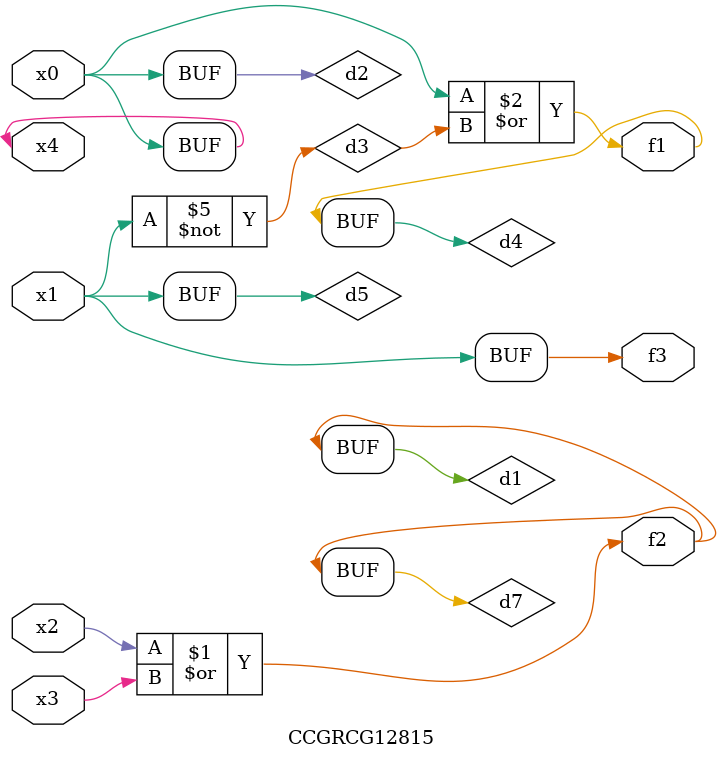
<source format=v>
module CCGRCG12815(
	input x0, x1, x2, x3, x4,
	output f1, f2, f3
);

	wire d1, d2, d3, d4, d5, d6, d7;

	or (d1, x2, x3);
	buf (d2, x0, x4);
	not (d3, x1);
	or (d4, d2, d3);
	not (d5, d3);
	nand (d6, d1, d3);
	or (d7, d1);
	assign f1 = d4;
	assign f2 = d7;
	assign f3 = d5;
endmodule

</source>
